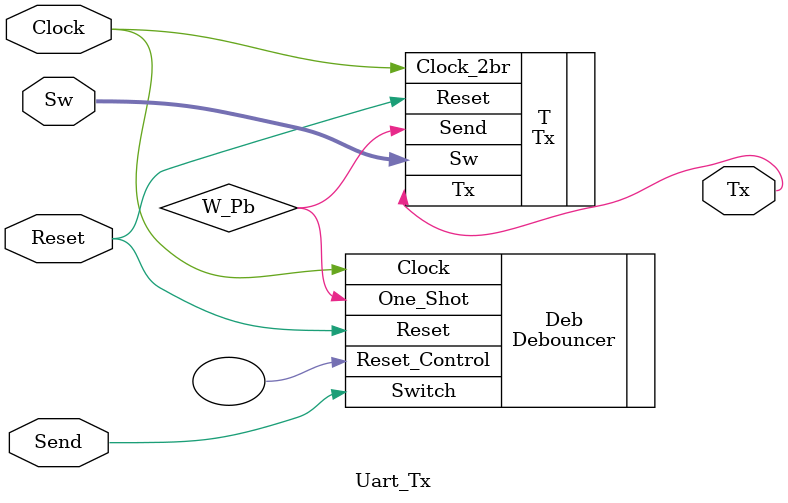
<source format=v>
`timescale 1ns / 1ps


module Uart_Tx(
	 input Clock,
	 input Reset,
	 input [7:0] Sw,
	 input Send,
	 output Tx
    );
	 
	 wire W_Pb;
	 
	 Debouncer Deb (.Clock(Clock), .Reset(Reset), .Switch(Send), .One_Shot(W_Pb), .Reset_Control());
	 
	 Tx T (.Send(W_Pb), .Clock_2br(Clock), .Reset(Reset), .Sw(Sw), .Tx(Tx));


endmodule

</source>
